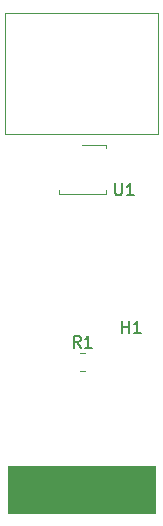
<source format=gto>
G04 #@! TF.GenerationSoftware,KiCad,Pcbnew,6.0.0-d3dd2cf0fa~116~ubuntu21.10.1*
G04 #@! TF.CreationDate,2022-02-12T15:33:20+00:00*
G04 #@! TF.ProjectId,feederFloor,66656564-6572-4466-9c6f-6f722e6b6963,rev?*
G04 #@! TF.SameCoordinates,Original*
G04 #@! TF.FileFunction,Legend,Top*
G04 #@! TF.FilePolarity,Positive*
%FSLAX46Y46*%
G04 Gerber Fmt 4.6, Leading zero omitted, Abs format (unit mm)*
G04 Created by KiCad (PCBNEW 6.0.0-d3dd2cf0fa~116~ubuntu21.10.1) date 2022-02-12 15:33:20*
%MOMM*%
%LPD*%
G01*
G04 APERTURE LIST*
%ADD10C,0.100000*%
%ADD11C,0.150000*%
%ADD12C,0.120000*%
G04 APERTURE END LIST*
D10*
X198000000Y-62500000D02*
X185500000Y-62500000D01*
X185500000Y-62500000D02*
X185500000Y-58500000D01*
X185500000Y-58500000D02*
X198000000Y-58500000D01*
X198000000Y-58500000D02*
X198000000Y-62500000D01*
G36*
X198000000Y-62500000D02*
G01*
X185500000Y-62500000D01*
X185500000Y-58500000D01*
X198000000Y-58500000D01*
X198000000Y-62500000D01*
G37*
X198000000Y-62500000D02*
X185500000Y-62500000D01*
X185500000Y-58500000D01*
X198000000Y-58500000D01*
X198000000Y-62500000D01*
D11*
X191663333Y-48502380D02*
X191330000Y-48026190D01*
X191091904Y-48502380D02*
X191091904Y-47502380D01*
X191472857Y-47502380D01*
X191568095Y-47550000D01*
X191615714Y-47597619D01*
X191663333Y-47692857D01*
X191663333Y-47835714D01*
X191615714Y-47930952D01*
X191568095Y-47978571D01*
X191472857Y-48026190D01*
X191091904Y-48026190D01*
X192615714Y-48502380D02*
X192044285Y-48502380D01*
X192330000Y-48502380D02*
X192330000Y-47502380D01*
X192234761Y-47645238D01*
X192139523Y-47740476D01*
X192044285Y-47788095D01*
X194598095Y-34612380D02*
X194598095Y-35421904D01*
X194645714Y-35517142D01*
X194693333Y-35564761D01*
X194788571Y-35612380D01*
X194979047Y-35612380D01*
X195074285Y-35564761D01*
X195121904Y-35517142D01*
X195169523Y-35421904D01*
X195169523Y-34612380D01*
X196169523Y-35612380D02*
X195598095Y-35612380D01*
X195883809Y-35612380D02*
X195883809Y-34612380D01*
X195788571Y-34755238D01*
X195693333Y-34850476D01*
X195598095Y-34898095D01*
X195168095Y-47262380D02*
X195168095Y-46262380D01*
X195168095Y-46738571D02*
X195739523Y-46738571D01*
X195739523Y-47262380D02*
X195739523Y-46262380D01*
X196739523Y-47262380D02*
X196168095Y-47262380D01*
X196453809Y-47262380D02*
X196453809Y-46262380D01*
X196358571Y-46405238D01*
X196263333Y-46500476D01*
X196168095Y-46548095D01*
D12*
X185230900Y-20163500D02*
X185230900Y-30413500D01*
X185230900Y-30413500D02*
X198230900Y-30413500D01*
X198230900Y-20163500D02*
X185230900Y-20163500D01*
X198230900Y-30413500D02*
X198230900Y-20163500D01*
X192057064Y-50475000D02*
X191602936Y-50475000D01*
X192057064Y-49005000D02*
X191602936Y-49005000D01*
X193780000Y-35195000D02*
X193780000Y-35480000D01*
X189800000Y-35480000D02*
X193780000Y-35480000D01*
X189800000Y-35195000D02*
X189800000Y-35480000D01*
X193780000Y-31320000D02*
X193780000Y-31605000D01*
X191790000Y-31320000D02*
X193780000Y-31320000D01*
M02*

</source>
